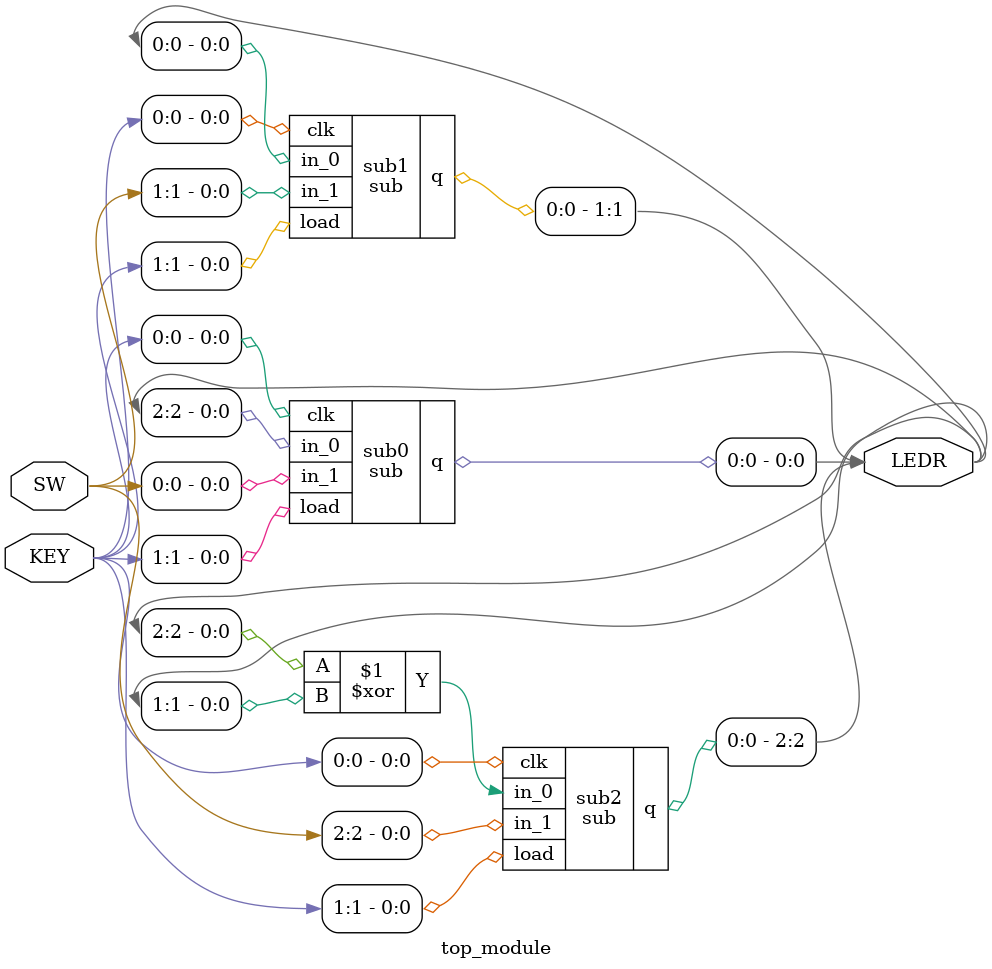
<source format=v>
module sub(
	input clk,load,in_0,in_1,
    output q
);
    wire out;
    always @ * begin
        case(load)
            1'b0: out = in_0;
            1'b1: out = in_1;
            default: out = 0;
        endcase
    end
    
    
    always @(posedge clk) begin
        
        q <= out;
    end
    
endmodule


module top_module (
	input [2:0] SW,      // R
	input [1:0] KEY,     // L and clk
	output [2:0] LEDR);  // Q
    
    sub sub0(KEY[0], KEY[1], LEDR[2], SW[0], LEDR[0]);
    sub sub1(KEY[0], KEY[1], LEDR[0], SW[1], LEDR[1]);
    sub sub2(KEY[0], KEY[1], LEDR[2]^LEDR[1], SW[2], LEDR[2]);
    
endmodule

</source>
